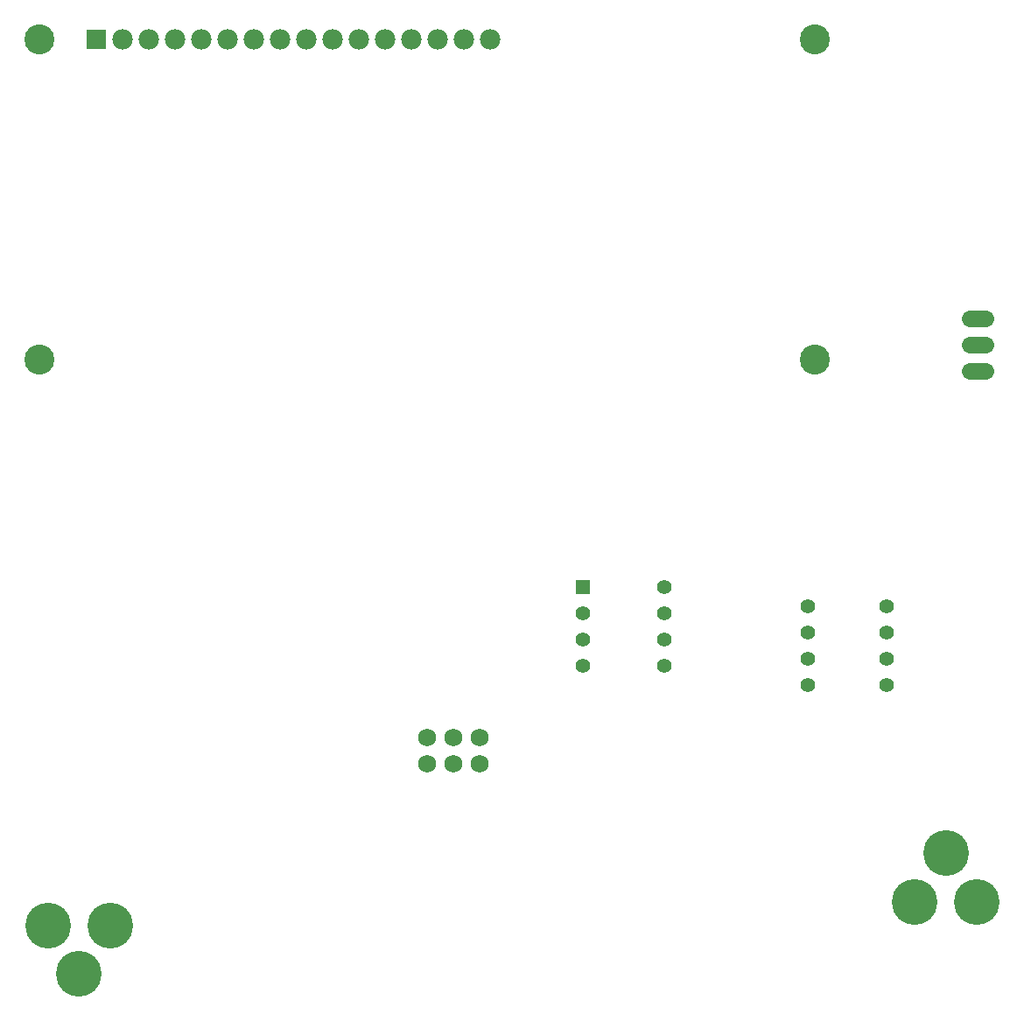
<source format=gbs>
G04 EAGLE Gerber RS-274X export*
G75*
%MOMM*%
%FSLAX34Y34*%
%LPD*%
%INSoldermask Bottom*%
%IPPOS*%
%AMOC8*
5,1,8,0,0,1.08239X$1,22.5*%
G01*
%ADD10C,1.422400*%
%ADD11C,1.727200*%
%ADD12C,4.419600*%
%ADD13R,1.981200X1.981200*%
%ADD14C,1.981200*%
%ADD15C,2.901600*%
%ADD16C,1.625600*%
%ADD17C,1.409600*%
%ADD18R,1.409600X1.409600*%


D10*
X774700Y419100D03*
X774700Y393700D03*
X850900Y393700D03*
X850900Y419100D03*
X774700Y368300D03*
X774700Y342900D03*
X850900Y368300D03*
X850900Y342900D03*
D11*
X431800Y266700D03*
X431800Y292100D03*
X406400Y292100D03*
X406400Y266700D03*
X457200Y266700D03*
X457200Y292100D03*
D12*
X878300Y132800D03*
X938300Y132800D03*
X908300Y179800D03*
X99900Y110200D03*
X39900Y110200D03*
X69900Y63200D03*
D13*
X86400Y967800D03*
D14*
X111800Y967800D03*
X137200Y967800D03*
X162600Y967800D03*
X188000Y967800D03*
X213400Y967800D03*
X238800Y967800D03*
X264200Y967800D03*
X289600Y967800D03*
X315000Y967800D03*
X340400Y967800D03*
X365800Y967800D03*
X391200Y967800D03*
X416600Y967800D03*
X442000Y967800D03*
X467400Y967800D03*
D15*
X31400Y967800D03*
X31400Y657800D03*
X781400Y967800D03*
X781400Y657800D03*
D16*
X931580Y697300D02*
X946820Y697300D01*
X946820Y671900D02*
X931580Y671900D01*
X931580Y646500D02*
X946820Y646500D01*
D17*
X556850Y387000D03*
X556850Y412400D03*
X556850Y361600D03*
D18*
X556850Y437800D03*
D17*
X635550Y361600D03*
X635550Y437800D03*
X635550Y387000D03*
X635550Y412400D03*
M02*

</source>
